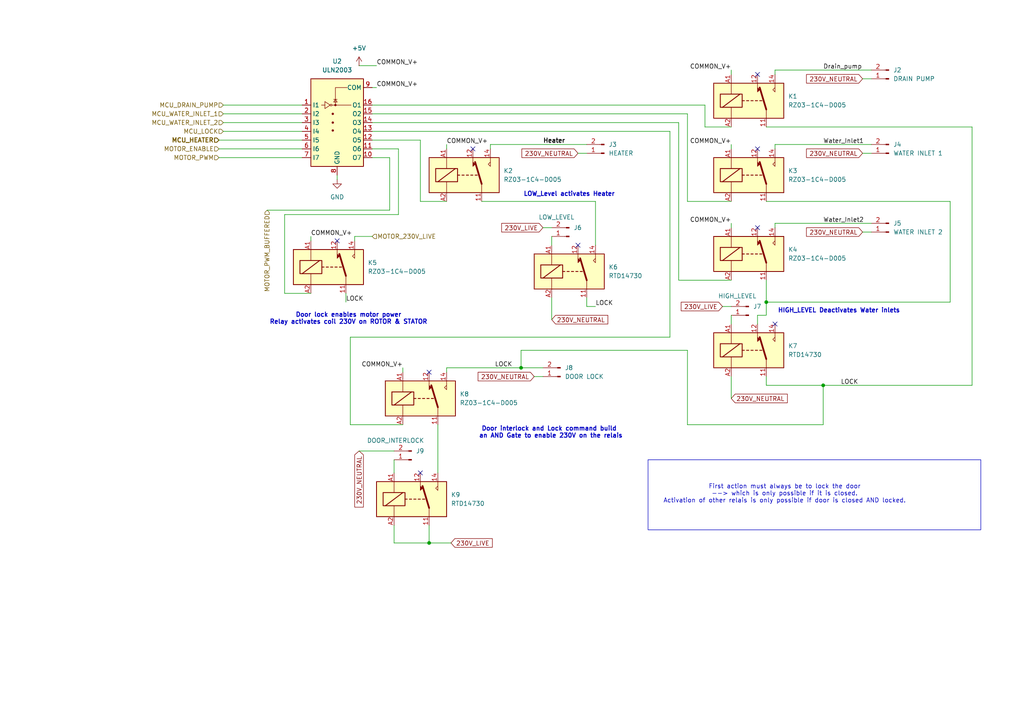
<source format=kicad_sch>
(kicad_sch (version 20231120) (generator "eeschema") (generator_version "8.0")
  (paper "A4")
  (lib_symbols
    (symbol "Connector:Conn_01x02_Pin" (pin_names (offset 1.016) hide)
      (property "Reference" "J" (at 0 2.54 0))
      (property "Value" "Conn_01x02_Pin" (at 0 -5.08 0))
      (symbol "Conn_01x02_Pin_1_1"
        (polyline (pts (xy 1.27 -2.54) (xy 0.8636 -2.54)) (stroke (width 0.1524)))
        (polyline (pts (xy 1.27 0) (xy 0.8636 0)) (stroke (width 0.1524)))
        (rectangle (start 0.8636 -2.413) (end 0 -2.667) (stroke (width 0.1524)) (fill (type outline)))
        (rectangle (start 0.8636 0.127) (end 0 -0.127) (stroke (width 0.1524)) (fill (type outline)))
        (pin passive line (at 5.08 0 180) (length 3.81) (name "Pin_1") (number "1"))
        (pin passive line (at 5.08 -2.54 180) (length 3.81) (name "Pin_2") (number "2"))
      )
    )
    (symbol "Relay:RT314A05"
      (property "Reference" "K" (at 11.43 3.81 0))
      (property "Value" "RT314A05" (at 11.43 1.27 0))
      (symbol "RT314A05_0_0"
        (polyline (pts (xy -2.54 1.905) (xy -7.62 -1.905)) (stroke (width 0.254)))
      )
      (symbol "RT314A05_0_1"
        (rectangle (start -10.16 5.08) (end 10.16 -5.08) (stroke (width 0.254)) (fill (type background)))
        (rectangle (start -8.255 1.905) (end -1.905 -1.905) (stroke (width 0.254)))
        (polyline (pts (xy -5.08 -5.08) (xy -5.08 -1.905)))
        (polyline (pts (xy -5.08 5.08) (xy -5.08 1.905)))
        (polyline (pts (xy -1.905 0) (xy -1.27 0)) (stroke (width 0.254)))
        (polyline (pts (xy -0.635 0) (xy 0 0)) (stroke (width 0.254)))
        (polyline (pts (xy 0.635 0) (xy 1.27 0)) (stroke (width 0.254)))
        (polyline (pts (xy 1.905 0) (xy 2.54 0)) (stroke (width 0.254)))
        (polyline (pts (xy 3.175 0) (xy 3.81 0)) (stroke (width 0.254)))
        (polyline (pts (xy 5.08 -2.54) (xy 3.175 3.81)) (stroke (width 0.508)))
        (polyline (pts (xy 5.08 -2.54) (xy 5.08 -5.08)))
        (polyline (pts (xy 2.54 5.08) (xy 2.54 2.54) (xy 3.175 3.175) (xy 2.54 3.81)) (fill (type outline)))
        (polyline (pts (xy 7.62 5.08) (xy 7.62 2.54) (xy 6.985 3.175) (xy 7.62 3.81)))
      )
      (symbol "RT314A05_1_1"
        (pin passive line (at 5.08 -7.62 90) (length 2.54) (name "~") (number "11"))
        (pin passive line (at 2.54 7.62 270) (length 2.54) (name "~") (number "12"))
        (pin passive line (at 7.62 7.62 270) (length 2.54) (name "~") (number "14"))
        (pin passive line (at -5.08 7.62 270) (length 2.54) (name "~") (number "A1"))
        (pin passive line (at -5.08 -7.62 90) (length 2.54) (name "~") (number "A2"))
      )
    )
    (symbol "Transistor_Array:ULN2003"
      (property "Reference" "U" (at 0 15.875 0))
      (property "Value" "ULN2003" (at 0 13.97 0))
      (symbol "ULN2003_0_1"
        (rectangle (start -7.62 -12.7) (end 7.62 12.7) (stroke (width 0.254)) (fill (type background)))
        (circle (center -1.778 5.08) (radius 0.254))
        (circle (center -1.27 -2.286) (radius 0.254) (fill (type outline)))
        (circle (center -1.27 0) (radius 0.254) (fill (type outline)))
        (circle (center -1.27 2.54) (radius 0.254) (fill (type outline)))
        (circle (center -0.508 5.08) (radius 0.254) (fill (type outline)))
        (polyline (pts (xy -4.572 5.08) (xy -3.556 5.08)))
        (polyline (pts (xy -1.524 5.08) (xy 4.064 5.08)))
        (polyline (pts (xy 0 6.731) (xy -1.016 6.731)))
        (polyline (pts (xy -0.508 5.08) (xy -0.508 10.16) (xy 2.921 10.16)))
        (polyline (pts (xy -3.556 6.096) (xy -3.556 4.064) (xy -2.032 5.08) (xy -3.556 6.096)))
        (polyline (pts (xy 0 5.969) (xy -1.016 5.969) (xy -0.508 6.731) (xy 0 5.969)))
      )
      (symbol "ULN2003_1_1"
        (pin input line (at -10.16 5.08 0) (length 2.54) (name "I1") (number "1"))
        (pin open_collector line (at 10.16 -10.16 180) (length 2.54) (name "O7") (number "10"))
        (pin open_collector line (at 10.16 -7.62 180) (length 2.54) (name "O6") (number "11"))
        (pin open_collector line (at 10.16 -5.08 180) (length 2.54) (name "O5") (number "12"))
        (pin open_collector line (at 10.16 -2.54 180) (length 2.54) (name "O4") (number "13"))
        (pin open_collector line (at 10.16 0 180) (length 2.54) (name "O3") (number "14"))
        (pin open_collector line (at 10.16 2.54 180) (length 2.54) (name "O2") (number "15"))
        (pin open_collector line (at 10.16 5.08 180) (length 2.54) (name "O1") (number "16"))
        (pin input line (at -10.16 2.54 0) (length 2.54) (name "I2") (number "2"))
        (pin input line (at -10.16 0 0) (length 2.54) (name "I3") (number "3"))
        (pin input line (at -10.16 -2.54 0) (length 2.54) (name "I4") (number "4"))
        (pin input line (at -10.16 -5.08 0) (length 2.54) (name "I5") (number "5"))
        (pin input line (at -10.16 -7.62 0) (length 2.54) (name "I6") (number "6"))
        (pin input line (at -10.16 -10.16 0) (length 2.54) (name "I7") (number "7"))
        (pin power_in line (at 0 -15.24 90) (length 2.54) (name "GND") (number "8"))
        (pin passive line (at 10.16 10.16 180) (length 2.54) (name "COM") (number "9"))
      )
    )
    (symbol "power:+5V" (power) (pin_numbers hide) (pin_names (offset 0) hide)
      (property "Value" "+5V" (at 0 3.556 0))
      (symbol "+5V_0_1"
        (polyline (pts (xy -0.762 1.27) (xy 0 2.54)))
        (polyline (pts (xy 0 0) (xy 0 2.54)))
        (polyline (pts (xy 0 2.54) (xy 0.762 1.27)))
      )
      (symbol "+5V_1_1"
        (pin power_in line (at 0 0 90) (length 0) (name "~") (number "1"))
      )
    )
    (symbol "power:GND" (power) (pin_numbers hide) (pin_names (offset 0) hide)
      (property "Value" "GND" (at 0 -3.81 0))
      (symbol "GND_0_1"
        (polyline (pts (xy 0 0) (xy 0 -1.27) (xy 1.27 -1.27) (xy 0 -2.54) (xy -1.27 -1.27) (xy 0 -1.27)))
      )
      (symbol "GND_1_1"
        (pin power_in line (at 0 0 270) (length 0) (name "~") (number "1"))
      )
    )
  )
  (junction (at 124.46 157.48))
  (junction (at 222.25 87.63))
  (junction (at 238.76 111.76))
  (junction (at 151.13 106.68))
  (no_connect (at 167.64 71.12))
  (no_connect (at 219.71 21.59))
  (no_connect (at 219.71 43.18))
  (no_connect (at 121.92 137.16))
  (no_connect (at 224.79 93.98))
  (no_connect (at 219.71 66.04))
  (no_connect (at 124.46 107.95))
  (no_connect (at 97.79 69.85))
  (no_connect (at 137.16 43.18))
  (wire (pts (xy 199.39 58.42) (xy 212.09 58.42)))
  (wire (pts (xy 124.46 157.48) (xy 130.81 157.48)))
  (wire (pts (xy 107.95 25.4) (xy 109.22 25.4)))
  (wire (pts (xy 121.92 58.42) (xy 129.54 58.42)))
  (wire (pts (xy 100.33 85.09) (xy 100.33 87.63)))
  (wire (pts (xy 204.47 36.83) (xy 212.09 36.83)))
  (wire (pts (xy 170.18 88.9) (xy 172.72 88.9)))
  (wire (pts (xy 90.17 68.58) (xy 90.17 69.85)))
  (wire (pts (xy 102.87 68.58) (xy 102.87 69.85)))
  (wire (pts (xy 199.39 33.02) (xy 199.39 58.42)))
  (wire (pts (xy 196.85 81.28) (xy 212.09 81.28)))
  (wire (pts (xy 219.71 91.44) (xy 222.25 91.44)))
  (wire (pts (xy 82.55 85.09) (xy 90.17 85.09)))
  (wire (pts (xy 107.95 35.56) (xy 196.85 35.56)))
  (wire (pts (xy 97.79 50.8) (xy 97.79 52.07)))
  (wire (pts (xy 151.13 101.6) (xy 199.39 101.6)))
  (wire (pts (xy 224.79 41.91) (xy 224.79 43.18)))
  (wire (pts (xy 212.09 64.77) (xy 212.09 66.04)))
  (wire (pts (xy 250.19 67.31) (xy 252.73 67.31)))
  (wire (pts (xy 238.76 111.76) (xy 281.94 111.76)))
  (wire (pts (xy 116.84 106.68) (xy 116.84 107.95)))
  (wire (pts (xy 204.47 30.48) (xy 204.47 36.83)))
  (wire (pts (xy 222.25 109.22) (xy 222.25 111.76)))
  (wire (pts (xy 172.72 71.12) (xy 172.72 58.42)))
  (wire (pts (xy 114.3 133.35) (xy 114.3 137.16)))
  (wire (pts (xy 170.18 86.36) (xy 170.18 88.9)))
  (wire (pts (xy 102.87 68.58) (xy 107.95 68.58)))
  (wire (pts (xy 101.6 97.79) (xy 194.31 97.79)))
  (wire (pts (xy 222.25 58.42) (xy 275.59 58.42)))
  (wire (pts (xy 224.79 64.77) (xy 252.73 64.77)))
  (wire (pts (xy 160.02 86.36) (xy 160.02 92.71)))
  (wire (pts (xy 64.77 30.48) (xy 87.63 30.48)))
  (wire (pts (xy 222.25 91.44) (xy 222.25 87.63)))
  (wire (pts (xy 199.39 123.19) (xy 238.76 123.19)))
  (wire (pts (xy 222.25 111.76) (xy 238.76 111.76)))
  (wire (pts (xy 222.25 87.63) (xy 275.59 87.63)))
  (wire (pts (xy 224.79 64.77) (xy 224.79 66.04)))
  (wire (pts (xy 238.76 123.19) (xy 238.76 111.76)))
  (wire (pts (xy 151.13 106.68) (xy 157.48 106.68)))
  (wire (pts (xy 114.3 157.48) (xy 124.46 157.48)))
  (wire (pts (xy 63.5 43.18) (xy 87.63 43.18)))
  (wire (pts (xy 82.55 62.23) (xy 115.57 62.23)))
  (wire (pts (xy 77.47 60.96) (xy 113.03 60.96)))
  (wire (pts (xy 107.95 30.48) (xy 204.47 30.48)))
  (wire (pts (xy 124.46 152.4) (xy 124.46 157.48)))
  (wire (pts (xy 199.39 101.6) (xy 199.39 123.19)))
  (wire (pts (xy 115.57 62.23) (xy 115.57 43.18)))
  (wire (pts (xy 142.24 41.91) (xy 170.18 41.91)))
  (wire (pts (xy 212.09 109.22) (xy 212.09 115.57)))
  (wire (pts (xy 107.95 33.02) (xy 199.39 33.02)))
  (wire (pts (xy 63.5 45.72) (xy 87.63 45.72)))
  (wire (pts (xy 172.72 58.42) (xy 139.7 58.42)))
  (wire (pts (xy 64.77 38.1) (xy 87.63 38.1)))
  (wire (pts (xy 212.09 41.91) (xy 212.09 43.18)))
  (wire (pts (xy 104.14 130.81) (xy 114.3 130.81)))
  (wire (pts (xy 64.77 33.02) (xy 87.63 33.02)))
  (wire (pts (xy 101.6 123.19) (xy 116.84 123.19)))
  (wire (pts (xy 196.85 35.56) (xy 196.85 81.28)))
  (wire (pts (xy 115.57 43.18) (xy 107.95 43.18)))
  (wire (pts (xy 142.24 41.91) (xy 142.24 43.18)))
  (wire (pts (xy 129.54 106.68) (xy 151.13 106.68)))
  (wire (pts (xy 114.3 152.4) (xy 114.3 157.48)))
  (wire (pts (xy 154.94 109.22) (xy 157.48 109.22)))
  (wire (pts (xy 275.59 58.42) (xy 275.59 87.63)))
  (wire (pts (xy 212.09 91.44) (xy 212.09 93.98)))
  (wire (pts (xy 209.55 88.9) (xy 212.09 88.9)))
  (wire (pts (xy 281.94 36.83) (xy 281.94 111.76)))
  (wire (pts (xy 224.79 20.32) (xy 252.73 20.32)))
  (wire (pts (xy 222.25 36.83) (xy 281.94 36.83)))
  (wire (pts (xy 167.64 44.45) (xy 170.18 44.45)))
  (wire (pts (xy 113.03 45.72) (xy 107.95 45.72)))
  (wire (pts (xy 250.19 44.45) (xy 252.73 44.45)))
  (wire (pts (xy 113.03 45.72) (xy 113.03 60.96)))
  (wire (pts (xy 101.6 123.19) (xy 101.6 97.79)))
  (wire (pts (xy 160.02 68.58) (xy 160.02 71.12)))
  (wire (pts (xy 224.79 41.91) (xy 252.73 41.91)))
  (wire (pts (xy 224.79 20.32) (xy 224.79 21.59)))
  (wire (pts (xy 121.92 40.64) (xy 121.92 58.42)))
  (wire (pts (xy 157.48 66.04) (xy 160.02 66.04)))
  (wire (pts (xy 250.19 22.86) (xy 252.73 22.86)))
  (wire (pts (xy 222.25 87.63) (xy 222.25 81.28)))
  (wire (pts (xy 212.09 20.32) (xy 212.09 21.59)))
  (wire (pts (xy 129.54 106.68) (xy 129.54 107.95)))
  (wire (pts (xy 104.14 19.05) (xy 109.22 19.05)))
  (wire (pts (xy 129.54 41.91) (xy 129.54 43.18)))
  (wire (pts (xy 194.31 97.79) (xy 194.31 38.1)))
  (wire (pts (xy 63.5 40.64) (xy 87.63 40.64)))
  (wire (pts (xy 107.95 40.64) (xy 121.92 40.64)))
  (wire (pts (xy 82.55 85.09) (xy 82.55 62.23)))
  (wire (pts (xy 107.95 38.1) (xy 194.31 38.1)))
  (wire (pts (xy 151.13 106.68) (xy 151.13 101.6)))
  (wire (pts (xy 219.71 93.98) (xy 219.71 91.44)))
  (wire (pts (xy 64.77 35.56) (xy 87.63 35.56)))
  (wire (pts (xy 127 123.19) (xy 127 137.16)))
  (rectangle (start 187.96 133.35) (end 284.48 153.67))
  (text "Door lock enables motor power\nRelay activates coil 230V on ROTOR & STATOR\n" (at 101.092 92.456 0) (effects (font (size 1.27 1.27) (thickness 0.254) (bold yes))))
  (text "HIGH_LEVEL Deactivates Water inlets" (at 243.332 90.17 0) (effects (font (size 1.27 1.27) (thickness 0.254) (bold yes))))
  (text "Door interlock and Lock command build \nan AND Gate to enable 230V on the relais" (at 159.766 125.476 0) (effects (font (size 1.27 1.27) (thickness 0.254) (bold yes))))
  (text "LOW_Level activates Heater" (at 165.1 56.388 0) (effects (font (size 1.27 1.27) (thickness 0.254) (bold yes))))
  (text "First action must always be to lock the door\n--> which is only possible if it is closed.\nActivation of other relais is only possible if door is closed AND locked." (at 227.584 143.256 0) (effects (font (size 1.27 1.27))))
  (label "LOCK" (at 100.33 87.63 0))
  (label "LOCK" (at 143.51 106.68 0))
  (label "COMMON_V+" (at 109.22 25.4 0))
  (label "COMMON_V+" (at 109.22 19.05 0))
  (label "Drain_pump" (at 238.76 20.32 0))
  (label "LOCK" (at 172.72 88.9 0))
  (label "COMMON_V+" (at 212.09 41.91 180))
  (label "COMMON_V+" (at 116.84 106.68 180))
  (label "Water_Inlet2" (at 238.76 64.77 0))
  (label "COMMON_V+" (at 212.09 64.77 180))
  (label "COMMON_V+" (at 90.17 68.58 0))
  (label "COMMON_V+" (at 129.54 41.91 0))
  (label "Heater" (at 157.48 41.91 0) (effects (font (thickness 0.254) (bold yes))))
  (label "Water_Inlet1" (at 238.76 41.91 0))
  (label "COMMON_V+" (at 212.09 20.32 180))
  (label "LOCK" (at 243.84 111.76 0))
  (global_label "230V_LIVE" (shape input) (at 209.55 88.9 180) (property "Intersheetrefs" "${INTERSHEET_REFS}" (effects (hide yes))))
  (global_label "230V_NEUTRAL" (shape input) (at 250.19 67.31 180) (property "Intersheetrefs" "${INTERSHEET_REFS}" (effects (hide yes))))
  (global_label "230V_LIVE" (shape input) (at 157.48 66.04 180) (property "Intersheetrefs" "${INTERSHEET_REFS}" (effects (hide yes))))
  (global_label "230V_NEUTRAL" (shape input) (at 250.19 22.86 180) (property "Intersheetrefs" "${INTERSHEET_REFS}" (effects (hide yes))))
  (global_label "230V_NEUTRAL" (shape input) (at 250.19 44.45 180) (property "Intersheetrefs" "${INTERSHEET_REFS}" (effects (hide yes))))
  (global_label "230V_LIVE" (shape input) (at 130.81 157.48 0) (property "Intersheetrefs" "${INTERSHEET_REFS}" (effects (hide yes))))
  (global_label "230V_NEUTRAL" (shape input) (at 167.64 44.45 180) (property "Intersheetrefs" "${INTERSHEET_REFS}" (effects (hide yes))))
  (global_label "230V_NEUTRAL" (shape input) (at 104.14 130.81 270) (property "Intersheetrefs" "${INTERSHEET_REFS}" (effects (hide yes))))
  (global_label "230V_NEUTRAL" (shape input) (at 154.94 109.22 180) (property "Intersheetrefs" "${INTERSHEET_REFS}" (effects (hide yes))))
  (global_label "230V_NEUTRAL" (shape input) (at 160.02 92.71 0) (property "Intersheetrefs" "${INTERSHEET_REFS}" (effects (hide yes))))
  (global_label "230V_NEUTRAL" (shape input) (at 212.09 115.57 0) (property "Intersheetrefs" "${INTERSHEET_REFS}" (effects (hide yes))))
  (hierarchical_label "MOTOR_PWM" (shape input) (at 63.5 45.72 180))
  (hierarchical_label "MCU_DRAIN_PUMP" (shape input) (at 64.77 30.48 180))
  (hierarchical_label "MOTOR_230V_LIVE" (shape input) (at 107.95 68.58 0))
  (hierarchical_label "MCU_HEATER" (shape input) (at 63.5 40.64 180) (effects (font (thickness 0.254) (bold yes))))
  (hierarchical_label "MCU_WATER_INLET_2" (shape input) (at 64.77 35.56 180))
  (hierarchical_label "MCU_LOCK" (shape input) (at 64.77 38.1 180))
  (hierarchical_label "MOTOR_PWM_BUFFERED" (shape input) (at 77.47 60.96 270))
  (hierarchical_label "MCU_WATER_INLET_1" (shape input) (at 64.77 33.02 180))
  (hierarchical_label "MOTOR_ENABLE" (shape input) (at 63.5 43.18 180))
  (symbol (lib_id "Connector:Conn_01x02_Pin") (at 217.17 91.44 180) (unit 1)
    (property "Reference" "J7" (at 218.44 88.8999 0) (effects (justify right)))
    (property "Value" "HIGH_LEVEL" (at 208.28 85.852 0) (effects (justify right)))
    (property "Footprint" "TerminalBlock:TerminalBlock_bornier-2_P5.08mm" (effects (hide yes)))
    (property "Description" "Generic connector, single row, 01x02, script generated" (effects (hide yes)))
  )
  (symbol (lib_id "Relay:RT314A05") (at 134.62 50.8 0) (unit 1)
    (property "Reference" "K2" (at 146.05 49.5299 0) (effects (justify left)))
    (property "Value" "RZ03-1C4-D005" (at 146.05 52.0699 0) (effects (justify left)))
    (property "Footprint" "Relay_THT:Relay_SPDT_Schrack-RT1-16A-FormC_RM5mm" (effects (hide yes)))
    (property "Datasheet" "https://www.te.com/commerce/DocumentDelivery/DDEController?Action=srchrtrv&DocNm=RT1_bistable&DocType=DS&DocLang=English" (effects (hide yes)))
    (property "Description" "Schrack RT1 relay, bistable single pole dual throw, single DC coil, 5V" (effects (hide yes)))
  )
  (symbol (lib_id "Relay:RT314A05") (at 217.17 50.8 0) (unit 1)
    (property "Reference" "K3" (at 228.6 49.5299 0) (effects (justify left)))
    (property "Value" "RZ03-1C4-D005" (at 228.6 52.0699 0) (effects (justify left)))
    (property "Footprint" "Relay_THT:Relay_SPDT_Schrack-RT1-16A-FormC_RM5mm" (effects (hide yes)))
    (property "Datasheet" "https://www.te.com/commerce/DocumentDelivery/DDEController?Action=srchrtrv&DocNm=RT1_bistable&DocType=DS&DocLang=English" (effects (hide yes)))
    (property "Description" "Schrack RT1 relay, bistable single pole dual throw, single DC coil, 5V" (effects (hide yes)))
  )
  (symbol (lib_id "Relay:RT314A05") (at 217.17 29.21 0) (unit 1)
    (property "Reference" "K1" (at 228.6 27.9399 0) (effects (justify left)))
    (property "Value" "RZ03-1C4-D005" (at 228.6 30.4799 0) (effects (justify left)))
    (property "Footprint" "Relay_THT:Relay_SPDT_Schrack-RT1-16A-FormC_RM5mm" (effects (hide yes)))
    (property "Datasheet" "https://www.te.com/commerce/DocumentDelivery/DDEController?Action=srchrtrv&DocNm=RT1_bistable&DocType=DS&DocLang=English" (effects (hide yes)))
    (property "Description" "Schrack RT1 relay, bistable single pole dual throw, single DC coil, 5V" (effects (hide yes)))
  )
  (symbol (lib_id "Connector:Conn_01x02_Pin") (at 175.26 44.45 180) (unit 1)
    (property "Reference" "J3" (at 176.53 41.9099 0) (effects (justify right)))
    (property "Value" "HEATER" (at 176.53 44.4499 0) (effects (justify right)))
    (property "Footprint" "TerminalBlock:TerminalBlock_bornier-2_P5.08mm" (effects (hide yes)))
    (property "Description" "Generic connector, single row, 01x02, script generated" (effects (hide yes)))
  )
  (symbol (lib_id "Relay:RT314A05") (at 119.38 144.78 0) (unit 1)
    (property "Reference" "K9" (at 130.81 143.5099 0) (effects (justify left)))
    (property "Value" "RTD14730" (at 130.81 146.0499 0) (effects (justify left)))
    (property "Footprint" "Relay_THT:Relay_SPDT_Schrack-RT1-16A-FormC_RM5mm" (effects (hide yes)))
    (property "Datasheet" "https://www.te.com/commerce/DocumentDelivery/DDEController?Action=srchrtrv&DocNm=RT1_bistable&DocType=DS&DocLang=English" (effects (hide yes)))
    (property "Description" "Schrack RT1 relay, bistable single pole dual throw, single DC coil, 5V" (effects (hide yes)))
  )
  (symbol (lib_id "Connector:Conn_01x02_Pin") (at 257.81 67.31 180) (unit 1)
    (property "Reference" "J5" (at 259.08 64.7699 0) (effects (justify right)))
    (property "Value" "WATER INLET 2" (at 259.08 67.3099 0) (effects (justify right)))
    (property "Footprint" "TerminalBlock:TerminalBlock_bornier-2_P5.08mm" (effects (hide yes)))
    (property "Description" "Generic connector, single row, 01x02, script generated" (effects (hide yes)))
  )
  (symbol (lib_id "Relay:RT314A05") (at 217.17 101.6 0) (unit 1)
    (property "Reference" "K7" (at 228.6 100.3299 0) (effects (justify left)))
    (property "Value" "RTD14730" (at 228.6 102.8699 0) (effects (justify left)))
    (property "Footprint" "Relay_THT:Relay_SPDT_Schrack-RT1-16A-FormC_RM5mm" (effects (hide yes)))
    (property "Datasheet" "https://www.te.com/commerce/DocumentDelivery/DDEController?Action=srchrtrv&DocNm=RT1_bistable&DocType=DS&DocLang=English" (effects (hide yes)))
    (property "Description" "Schrack RT1 relay, bistable single pole dual throw, single DC coil, 5V" (effects (hide yes)))
  )
  (symbol (lib_id "Connector:Conn_01x02_Pin") (at 257.81 22.86 180) (unit 1)
    (property "Reference" "J2" (at 259.08 20.3199 0) (effects (justify right)))
    (property "Value" "DRAIN PUMP" (at 259.08 22.8599 0) (effects (justify right)))
    (property "Footprint" "TerminalBlock:TerminalBlock_bornier-2_P5.08mm" (effects (hide yes)))
    (property "Description" "Generic connector, single row, 01x02, script generated" (effects (hide yes)))
  )
  (symbol (lib_id "Relay:RT314A05") (at 121.92 115.57 0) (unit 1)
    (property "Reference" "K8" (at 133.35 114.2999 0) (effects (justify left)))
    (property "Value" "RZ03-1C4-D005" (at 133.35 116.8399 0) (effects (justify left)))
    (property "Footprint" "Relay_THT:Relay_SPDT_Schrack-RT1-16A-FormC_RM5mm" (effects (hide yes)))
    (property "Datasheet" "https://www.te.com/commerce/DocumentDelivery/DDEController?Action=srchrtrv&DocNm=RT1_bistable&DocType=DS&DocLang=English" (effects (hide yes)))
    (property "Description" "Schrack RT1 relay, bistable single pole dual throw, single DC coil, 5V" (effects (hide yes)))
  )
  (symbol (lib_id "Connector:Conn_01x02_Pin") (at 257.81 44.45 180) (unit 1)
    (property "Reference" "J4" (at 259.08 41.9099 0) (effects (justify right)))
    (property "Value" "WATER INLET 1" (at 259.08 44.4499 0) (effects (justify right)))
    (property "Footprint" "TerminalBlock:TerminalBlock_bornier-2_P5.08mm" (effects (hide yes)))
    (property "Description" "Generic connector, single row, 01x02, script generated" (effects (hide yes)))
  )
  (symbol (lib_id "Connector:Conn_01x02_Pin") (at 119.38 133.35 180) (unit 1)
    (property "Reference" "J9" (at 120.65 130.8099 0) (effects (justify right)))
    (property "Value" "DOOR_INTERLOCK" (at 106.426 127.762 0) (effects (justify right)))
    (property "Footprint" "TerminalBlock:TerminalBlock_bornier-2_P5.08mm" (effects (hide yes)))
    (property "Description" "Generic connector, single row, 01x02, script generated" (effects (hide yes)))
  )
  (symbol (lib_id "power:GND") (at 97.79 52.07 0) (unit 1)
    (property "Reference" "#PWR08" (effects (hide yes)))
    (property "Value" "GND" (at 97.79 57.15 0))
    (property "Description" "Power symbol creates a global label with name \"GND\" , ground" (effects (hide yes)))
  )
  (symbol (lib_id "Relay:RT314A05") (at 165.1 78.74 0) (unit 1)
    (property "Reference" "K6" (at 176.53 77.4699 0) (effects (justify left)))
    (property "Value" "RTD14730" (at 176.53 80.0099 0) (effects (justify left)))
    (property "Footprint" "Relay_THT:Relay_SPDT_Schrack-RT1-16A-FormC_RM5mm" (effects (hide yes)))
    (property "Datasheet" "https://www.te.com/commerce/DocumentDelivery/DDEController?Action=srchrtrv&DocNm=RT1_bistable&DocType=DS&DocLang=English" (effects (hide yes)))
    (property "Description" "Schrack RT1 relay, bistable single pole dual throw, single DC coil, 5V" (effects (hide yes)))
  )
  (symbol (lib_id "Connector:Conn_01x02_Pin") (at 162.56 109.22 180) (unit 1)
    (property "Reference" "J8" (at 163.83 106.6799 0) (effects (justify right)))
    (property "Value" "DOOR LOCK" (at 163.83 109.2199 0) (effects (justify right)))
    (property "Footprint" "TerminalBlock:TerminalBlock_bornier-2_P5.08mm" (effects (hide yes)))
    (property "Description" "Generic connector, single row, 01x02, script generated" (effects (hide yes)))
  )
  (symbol (lib_id "power:+5V") (at 104.14 19.05 0) (unit 1)
    (property "Reference" "#PWR07" (effects (hide yes)))
    (property "Value" "+5V" (at 104.14 13.97 0))
    (property "Description" "Power symbol creates a global label with name \"+5V\"" (effects (hide yes)))
  )
  (symbol (lib_id "Relay:RT314A05") (at 95.25 77.47 0) (unit 1)
    (property "Reference" "K5" (at 106.68 76.1999 0) (effects (justify left)))
    (property "Value" "RZ03-1C4-D005" (at 106.68 78.7399 0) (effects (justify left)))
    (property "Footprint" "Relay_THT:Relay_SPDT_Schrack-RT1-16A-FormC_RM5mm" (effects (hide yes)))
    (property "Datasheet" "https://www.te.com/commerce/DocumentDelivery/DDEController?Action=srchrtrv&DocNm=RT1_bistable&DocType=DS&DocLang=English" (effects (hide yes)))
    (property "Description" "Schrack RT1 relay, bistable single pole dual throw, single DC coil, 5V" (effects (hide yes)))
  )
  (symbol (lib_id "Transistor_Array:ULN2003") (at 97.79 35.56 0) (unit 1)
    (property "Reference" "U2" (at 97.79 17.78 0))
    (property "Value" "ULN2003" (at 97.79 20.32 0))
    (property "Footprint" "Package_SO:SOIC-16_3.9x9.9mm_P1.27mm" (effects (hide yes)))
    (property "Datasheet" "http://www.ti.com/lit/ds/symlink/uln2003a.pdf" (effects (hide yes)))
    (property "Description" "High Voltage, High Current Darlington Transistor Arrays, SOIC16/SOIC16W/DIP16/TSSOP16" (effects (hide yes)))
  )
  (symbol (lib_id "Connector:Conn_01x02_Pin") (at 165.1 68.58 180) (unit 1)
    (property "Reference" "J6" (at 166.37 66.0399 0) (effects (justify right)))
    (property "Value" "LOW_LEVEL" (at 156.21 62.992 0) (effects (justify right)))
    (property "Footprint" "TerminalBlock:TerminalBlock_bornier-2_P5.08mm" (effects (hide yes)))
    (property "Description" "Generic connector, single row, 01x02, script generated" (effects (hide yes)))
  )
  (symbol (lib_id "Relay:RT314A05") (at 217.17 73.66 0) (unit 1)
    (property "Reference" "K4" (at 228.6 72.3899 0) (effects (justify left)))
    (property "Value" "RZ03-1C4-D005" (at 228.6 74.9299 0) (effects (justify left)))
    (property "Footprint" "Relay_THT:Relay_SPDT_Schrack-RT1-16A-FormC_RM5mm" (effects (hide yes)))
    (property "Datasheet" "https://www.te.com/commerce/DocumentDelivery/DDEController?Action=srchrtrv&DocNm=RT1_bistable&DocType=DS&DocLang=English" (effects (hide yes)))
    (property "Description" "Schrack RT1 relay, bistable single pole dual throw, single DC coil, 5V" (effects (hide yes)))
  )
)
</source>
